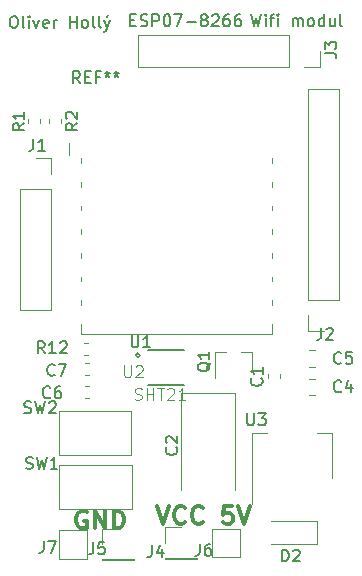
<source format=gbr>
G04 #@! TF.GenerationSoftware,KiCad,Pcbnew,(5.0.2)-1*
G04 #@! TF.CreationDate,2019-04-03T21:48:48+02:00*
G04 #@! TF.ProjectId,ESP12,45535031-322e-46b6-9963-61645f706362,rev?*
G04 #@! TF.SameCoordinates,Original*
G04 #@! TF.FileFunction,Legend,Top*
G04 #@! TF.FilePolarity,Positive*
%FSLAX46Y46*%
G04 Gerber Fmt 4.6, Leading zero omitted, Abs format (unit mm)*
G04 Created by KiCad (PCBNEW (5.0.2)-1) date 3. 4. 2019 21:48:48*
%MOMM*%
%LPD*%
G01*
G04 APERTURE LIST*
%ADD10C,0.300000*%
%ADD11C,0.200000*%
%ADD12C,0.120000*%
%ADD13C,0.150000*%
%ADD14C,0.050000*%
G04 APERTURE END LIST*
D10*
X93091142Y-107581000D02*
X92948285Y-107509571D01*
X92734000Y-107509571D01*
X92519714Y-107581000D01*
X92376857Y-107723857D01*
X92305428Y-107866714D01*
X92234000Y-108152428D01*
X92234000Y-108366714D01*
X92305428Y-108652428D01*
X92376857Y-108795285D01*
X92519714Y-108938142D01*
X92734000Y-109009571D01*
X92876857Y-109009571D01*
X93091142Y-108938142D01*
X93162571Y-108866714D01*
X93162571Y-108366714D01*
X92876857Y-108366714D01*
X93805428Y-109009571D02*
X93805428Y-107509571D01*
X94662571Y-109009571D01*
X94662571Y-107509571D01*
X95376857Y-109009571D02*
X95376857Y-107509571D01*
X95734000Y-107509571D01*
X95948285Y-107581000D01*
X96091142Y-107723857D01*
X96162571Y-107866714D01*
X96234000Y-108152428D01*
X96234000Y-108366714D01*
X96162571Y-108652428D01*
X96091142Y-108795285D01*
X95948285Y-108938142D01*
X95734000Y-109009571D01*
X95376857Y-109009571D01*
X99068428Y-107128571D02*
X99568428Y-108628571D01*
X100068428Y-107128571D01*
X101425571Y-108485714D02*
X101354142Y-108557142D01*
X101139857Y-108628571D01*
X100997000Y-108628571D01*
X100782714Y-108557142D01*
X100639857Y-108414285D01*
X100568428Y-108271428D01*
X100497000Y-107985714D01*
X100497000Y-107771428D01*
X100568428Y-107485714D01*
X100639857Y-107342857D01*
X100782714Y-107200000D01*
X100997000Y-107128571D01*
X101139857Y-107128571D01*
X101354142Y-107200000D01*
X101425571Y-107271428D01*
X102925571Y-108485714D02*
X102854142Y-108557142D01*
X102639857Y-108628571D01*
X102497000Y-108628571D01*
X102282714Y-108557142D01*
X102139857Y-108414285D01*
X102068428Y-108271428D01*
X101997000Y-107985714D01*
X101997000Y-107771428D01*
X102068428Y-107485714D01*
X102139857Y-107342857D01*
X102282714Y-107200000D01*
X102497000Y-107128571D01*
X102639857Y-107128571D01*
X102854142Y-107200000D01*
X102925571Y-107271428D01*
X105425571Y-107128571D02*
X104711285Y-107128571D01*
X104639857Y-107842857D01*
X104711285Y-107771428D01*
X104854142Y-107700000D01*
X105211285Y-107700000D01*
X105354142Y-107771428D01*
X105425571Y-107842857D01*
X105497000Y-107985714D01*
X105497000Y-108342857D01*
X105425571Y-108485714D01*
X105354142Y-108557142D01*
X105211285Y-108628571D01*
X104854142Y-108628571D01*
X104711285Y-108557142D01*
X104639857Y-108485714D01*
X105925571Y-107128571D02*
X106425571Y-108628571D01*
X106925571Y-107128571D01*
D11*
X96806333Y-65968571D02*
X97139666Y-65968571D01*
X97282523Y-66492380D02*
X96806333Y-66492380D01*
X96806333Y-65492380D01*
X97282523Y-65492380D01*
X97663476Y-66444761D02*
X97806333Y-66492380D01*
X98044428Y-66492380D01*
X98139666Y-66444761D01*
X98187285Y-66397142D01*
X98234904Y-66301904D01*
X98234904Y-66206666D01*
X98187285Y-66111428D01*
X98139666Y-66063809D01*
X98044428Y-66016190D01*
X97853952Y-65968571D01*
X97758714Y-65920952D01*
X97711095Y-65873333D01*
X97663476Y-65778095D01*
X97663476Y-65682857D01*
X97711095Y-65587619D01*
X97758714Y-65540000D01*
X97853952Y-65492380D01*
X98092047Y-65492380D01*
X98234904Y-65540000D01*
X98663476Y-66492380D02*
X98663476Y-65492380D01*
X99044428Y-65492380D01*
X99139666Y-65540000D01*
X99187285Y-65587619D01*
X99234904Y-65682857D01*
X99234904Y-65825714D01*
X99187285Y-65920952D01*
X99139666Y-65968571D01*
X99044428Y-66016190D01*
X98663476Y-66016190D01*
X99853952Y-65492380D02*
X99949190Y-65492380D01*
X100044428Y-65540000D01*
X100092047Y-65587619D01*
X100139666Y-65682857D01*
X100187285Y-65873333D01*
X100187285Y-66111428D01*
X100139666Y-66301904D01*
X100092047Y-66397142D01*
X100044428Y-66444761D01*
X99949190Y-66492380D01*
X99853952Y-66492380D01*
X99758714Y-66444761D01*
X99711095Y-66397142D01*
X99663476Y-66301904D01*
X99615857Y-66111428D01*
X99615857Y-65873333D01*
X99663476Y-65682857D01*
X99711095Y-65587619D01*
X99758714Y-65540000D01*
X99853952Y-65492380D01*
X100520619Y-65492380D02*
X101187285Y-65492380D01*
X100758714Y-66492380D01*
X101568238Y-66111428D02*
X102330142Y-66111428D01*
X102949190Y-65920952D02*
X102853952Y-65873333D01*
X102806333Y-65825714D01*
X102758714Y-65730476D01*
X102758714Y-65682857D01*
X102806333Y-65587619D01*
X102853952Y-65540000D01*
X102949190Y-65492380D01*
X103139666Y-65492380D01*
X103234904Y-65540000D01*
X103282523Y-65587619D01*
X103330142Y-65682857D01*
X103330142Y-65730476D01*
X103282523Y-65825714D01*
X103234904Y-65873333D01*
X103139666Y-65920952D01*
X102949190Y-65920952D01*
X102853952Y-65968571D01*
X102806333Y-66016190D01*
X102758714Y-66111428D01*
X102758714Y-66301904D01*
X102806333Y-66397142D01*
X102853952Y-66444761D01*
X102949190Y-66492380D01*
X103139666Y-66492380D01*
X103234904Y-66444761D01*
X103282523Y-66397142D01*
X103330142Y-66301904D01*
X103330142Y-66111428D01*
X103282523Y-66016190D01*
X103234904Y-65968571D01*
X103139666Y-65920952D01*
X103711095Y-65587619D02*
X103758714Y-65540000D01*
X103853952Y-65492380D01*
X104092047Y-65492380D01*
X104187285Y-65540000D01*
X104234904Y-65587619D01*
X104282523Y-65682857D01*
X104282523Y-65778095D01*
X104234904Y-65920952D01*
X103663476Y-66492380D01*
X104282523Y-66492380D01*
X105139666Y-65492380D02*
X104949190Y-65492380D01*
X104853952Y-65540000D01*
X104806333Y-65587619D01*
X104711095Y-65730476D01*
X104663476Y-65920952D01*
X104663476Y-66301904D01*
X104711095Y-66397142D01*
X104758714Y-66444761D01*
X104853952Y-66492380D01*
X105044428Y-66492380D01*
X105139666Y-66444761D01*
X105187285Y-66397142D01*
X105234904Y-66301904D01*
X105234904Y-66063809D01*
X105187285Y-65968571D01*
X105139666Y-65920952D01*
X105044428Y-65873333D01*
X104853952Y-65873333D01*
X104758714Y-65920952D01*
X104711095Y-65968571D01*
X104663476Y-66063809D01*
X106092047Y-65492380D02*
X105901571Y-65492380D01*
X105806333Y-65540000D01*
X105758714Y-65587619D01*
X105663476Y-65730476D01*
X105615857Y-65920952D01*
X105615857Y-66301904D01*
X105663476Y-66397142D01*
X105711095Y-66444761D01*
X105806333Y-66492380D01*
X105996809Y-66492380D01*
X106092047Y-66444761D01*
X106139666Y-66397142D01*
X106187285Y-66301904D01*
X106187285Y-66063809D01*
X106139666Y-65968571D01*
X106092047Y-65920952D01*
X105996809Y-65873333D01*
X105806333Y-65873333D01*
X105711095Y-65920952D01*
X105663476Y-65968571D01*
X105615857Y-66063809D01*
X107013857Y-65492380D02*
X107251952Y-66492380D01*
X107442428Y-65778095D01*
X107632904Y-66492380D01*
X107871000Y-65492380D01*
X108251952Y-66492380D02*
X108251952Y-65825714D01*
X108251952Y-65492380D02*
X108204333Y-65540000D01*
X108251952Y-65587619D01*
X108299571Y-65540000D01*
X108251952Y-65492380D01*
X108251952Y-65587619D01*
X108585285Y-65825714D02*
X108966238Y-65825714D01*
X108728142Y-66492380D02*
X108728142Y-65635238D01*
X108775761Y-65540000D01*
X108871000Y-65492380D01*
X108966238Y-65492380D01*
X109299571Y-66492380D02*
X109299571Y-65825714D01*
X109299571Y-65492380D02*
X109251952Y-65540000D01*
X109299571Y-65587619D01*
X109347190Y-65540000D01*
X109299571Y-65492380D01*
X109299571Y-65587619D01*
X110537666Y-66492380D02*
X110537666Y-65825714D01*
X110537666Y-65920952D02*
X110585285Y-65873333D01*
X110680523Y-65825714D01*
X110823380Y-65825714D01*
X110918619Y-65873333D01*
X110966238Y-65968571D01*
X110966238Y-66492380D01*
X110966238Y-65968571D02*
X111013857Y-65873333D01*
X111109095Y-65825714D01*
X111251952Y-65825714D01*
X111347190Y-65873333D01*
X111394809Y-65968571D01*
X111394809Y-66492380D01*
X112013857Y-66492380D02*
X111918619Y-66444761D01*
X111871000Y-66397142D01*
X111823380Y-66301904D01*
X111823380Y-66016190D01*
X111871000Y-65920952D01*
X111918619Y-65873333D01*
X112013857Y-65825714D01*
X112156714Y-65825714D01*
X112251952Y-65873333D01*
X112299571Y-65920952D01*
X112347190Y-66016190D01*
X112347190Y-66301904D01*
X112299571Y-66397142D01*
X112251952Y-66444761D01*
X112156714Y-66492380D01*
X112013857Y-66492380D01*
X113204333Y-66492380D02*
X113204333Y-65492380D01*
X113204333Y-66444761D02*
X113109095Y-66492380D01*
X112918619Y-66492380D01*
X112823380Y-66444761D01*
X112775761Y-66397142D01*
X112728142Y-66301904D01*
X112728142Y-66016190D01*
X112775761Y-65920952D01*
X112823380Y-65873333D01*
X112918619Y-65825714D01*
X113109095Y-65825714D01*
X113204333Y-65873333D01*
X114109095Y-65825714D02*
X114109095Y-66492380D01*
X113680523Y-65825714D02*
X113680523Y-66349523D01*
X113728142Y-66444761D01*
X113823380Y-66492380D01*
X113966238Y-66492380D01*
X114061476Y-66444761D01*
X114109095Y-66397142D01*
X114728142Y-66492380D02*
X114632904Y-66444761D01*
X114585285Y-66349523D01*
X114585285Y-65492380D01*
X86828809Y-65619380D02*
X87019285Y-65619380D01*
X87114523Y-65667000D01*
X87209761Y-65762238D01*
X87257380Y-65952714D01*
X87257380Y-66286047D01*
X87209761Y-66476523D01*
X87114523Y-66571761D01*
X87019285Y-66619380D01*
X86828809Y-66619380D01*
X86733571Y-66571761D01*
X86638333Y-66476523D01*
X86590714Y-66286047D01*
X86590714Y-65952714D01*
X86638333Y-65762238D01*
X86733571Y-65667000D01*
X86828809Y-65619380D01*
X87828809Y-66619380D02*
X87733571Y-66571761D01*
X87685952Y-66476523D01*
X87685952Y-65619380D01*
X88209761Y-66619380D02*
X88209761Y-65952714D01*
X88209761Y-65619380D02*
X88162142Y-65667000D01*
X88209761Y-65714619D01*
X88257380Y-65667000D01*
X88209761Y-65619380D01*
X88209761Y-65714619D01*
X88590714Y-65952714D02*
X88828809Y-66619380D01*
X89066904Y-65952714D01*
X89828809Y-66571761D02*
X89733571Y-66619380D01*
X89543095Y-66619380D01*
X89447857Y-66571761D01*
X89400238Y-66476523D01*
X89400238Y-66095571D01*
X89447857Y-66000333D01*
X89543095Y-65952714D01*
X89733571Y-65952714D01*
X89828809Y-66000333D01*
X89876428Y-66095571D01*
X89876428Y-66190809D01*
X89400238Y-66286047D01*
X90305000Y-66619380D02*
X90305000Y-65952714D01*
X90305000Y-66143190D02*
X90352619Y-66047952D01*
X90400238Y-66000333D01*
X90495476Y-65952714D01*
X90590714Y-65952714D01*
X91685952Y-66619380D02*
X91685952Y-65619380D01*
X91685952Y-66095571D02*
X92257380Y-66095571D01*
X92257380Y-66619380D02*
X92257380Y-65619380D01*
X92876428Y-66619380D02*
X92781190Y-66571761D01*
X92733571Y-66524142D01*
X92685952Y-66428904D01*
X92685952Y-66143190D01*
X92733571Y-66047952D01*
X92781190Y-66000333D01*
X92876428Y-65952714D01*
X93019285Y-65952714D01*
X93114523Y-66000333D01*
X93162142Y-66047952D01*
X93209761Y-66143190D01*
X93209761Y-66428904D01*
X93162142Y-66524142D01*
X93114523Y-66571761D01*
X93019285Y-66619380D01*
X92876428Y-66619380D01*
X93781190Y-66619380D02*
X93685952Y-66571761D01*
X93638333Y-66476523D01*
X93638333Y-65619380D01*
X94305000Y-66619380D02*
X94209761Y-66571761D01*
X94162142Y-66476523D01*
X94162142Y-65619380D01*
X94590714Y-65952714D02*
X94828809Y-66619380D01*
X95066904Y-65952714D02*
X94828809Y-66619380D01*
X94733571Y-66857476D01*
X94685952Y-66905095D01*
X94590714Y-66952714D01*
X94924047Y-65571761D02*
X94781190Y-65714619D01*
D12*
G04 #@! TO.C,U1*
X108831000Y-78088000D02*
X108831000Y-77688000D01*
X92591000Y-78088000D02*
X92591000Y-77688000D01*
X108831000Y-80088000D02*
X108831000Y-79688000D01*
X92591000Y-80088000D02*
X92591000Y-79688000D01*
X108831000Y-82088000D02*
X108831000Y-81688000D01*
X92591000Y-82088000D02*
X92591000Y-81688000D01*
X108831000Y-84088000D02*
X108831000Y-83688000D01*
X92591000Y-84088000D02*
X92591000Y-83688000D01*
X108831000Y-86088000D02*
X108831000Y-85688000D01*
X92591000Y-86088000D02*
X92591000Y-85688000D01*
X108831000Y-88088000D02*
X108831000Y-87688000D01*
X92591000Y-88088000D02*
X92591000Y-87688000D01*
X108831000Y-90088000D02*
X108831000Y-89688000D01*
X92591000Y-90088000D02*
X92591000Y-89688000D01*
X91561000Y-76388000D02*
X91561000Y-77388000D01*
X92591000Y-92508000D02*
X92591000Y-91688000D01*
X108831000Y-92508000D02*
X92591000Y-92508000D01*
X108831000Y-91688000D02*
X108831000Y-92508000D01*
G04 #@! TO.C,SW1*
X90780300Y-103636200D02*
X96900300Y-103636200D01*
X96900300Y-103636200D02*
X96900300Y-107336200D01*
X96900300Y-107336200D02*
X90780300Y-107336200D01*
X90780300Y-107336200D02*
X90780300Y-103636200D01*
G04 #@! TO.C,SW2*
X96849500Y-99102300D02*
X96849500Y-102802300D01*
X90729500Y-99102300D02*
X96849500Y-99102300D01*
X90729500Y-102802300D02*
X90729500Y-99102300D01*
X96849500Y-102802300D02*
X90729500Y-102802300D01*
G04 #@! TO.C,C7*
X93262267Y-96052100D02*
X92919733Y-96052100D01*
X93262267Y-95032100D02*
X92919733Y-95032100D01*
G04 #@! TO.C,D2*
X112613000Y-110347000D02*
X112613000Y-108347000D01*
X112613000Y-108347000D02*
X108713000Y-108347000D01*
X112613000Y-110347000D02*
X108713000Y-110347000D01*
G04 #@! TO.C,J3*
X110236000Y-67250000D02*
X110236000Y-69910000D01*
X110236000Y-67250000D02*
X97476000Y-67250000D01*
X97476000Y-67250000D02*
X97476000Y-69910000D01*
X110236000Y-69910000D02*
X97476000Y-69910000D01*
X112836000Y-69910000D02*
X111506000Y-69910000D01*
X112836000Y-68580000D02*
X112836000Y-69910000D01*
G04 #@! TO.C,J2*
X113157000Y-92262000D02*
X111827000Y-92262000D01*
X111827000Y-92262000D02*
X111827000Y-90932000D01*
X111827000Y-89662000D02*
X111827000Y-71822000D01*
X114487000Y-71822000D02*
X111827000Y-71822000D01*
X114487000Y-89662000D02*
X114487000Y-71822000D01*
X114487000Y-89662000D02*
X111827000Y-89662000D01*
G04 #@! TO.C,C1*
X109476000Y-96310267D02*
X109476000Y-95967733D01*
X108456000Y-96310267D02*
X108456000Y-95967733D01*
G04 #@! TO.C,C2*
X105638000Y-105758000D02*
X105638000Y-97523000D01*
X105638000Y-97523000D02*
X101118000Y-97523000D01*
X101118000Y-97523000D02*
X101118000Y-105758000D01*
G04 #@! TO.C,Q1*
X107117000Y-94109000D02*
X106187000Y-94109000D01*
X103957000Y-94109000D02*
X104887000Y-94109000D01*
X103957000Y-94109000D02*
X103957000Y-96269000D01*
X107117000Y-94109000D02*
X107117000Y-95569000D01*
G04 #@! TO.C,R1*
X88136000Y-74686279D02*
X88136000Y-74360721D01*
X89156000Y-74686279D02*
X89156000Y-74360721D01*
G04 #@! TO.C,R2*
X89914000Y-74360721D02*
X89914000Y-74686279D01*
X90934000Y-74360721D02*
X90934000Y-74686279D01*
G04 #@! TO.C,R12*
X92864721Y-93292200D02*
X93190279Y-93292200D01*
X92864721Y-94312200D02*
X93190279Y-94312200D01*
G04 #@! TO.C,U3*
X107080000Y-106970000D02*
X107080000Y-100960000D01*
X113900000Y-104720000D02*
X113900000Y-100960000D01*
X107080000Y-100960000D02*
X108340000Y-100960000D01*
X113900000Y-100960000D02*
X112640000Y-100960000D01*
G04 #@! TO.C,J1*
X87443000Y-80264000D02*
X90103000Y-80264000D01*
X87443000Y-80264000D02*
X87443000Y-90484000D01*
X87443000Y-90484000D02*
X90103000Y-90484000D01*
X90103000Y-80264000D02*
X90103000Y-90484000D01*
X90103000Y-77664000D02*
X90103000Y-78994000D01*
X88773000Y-77664000D02*
X90103000Y-77664000D01*
G04 #@! TO.C,J4*
X99762000Y-111566000D02*
X102422000Y-111566000D01*
X99762000Y-111506000D02*
X99762000Y-111566000D01*
X102422000Y-111506000D02*
X102422000Y-111566000D01*
X99762000Y-111506000D02*
X102422000Y-111506000D01*
X99762000Y-110236000D02*
X99762000Y-108906000D01*
X99762000Y-108906000D02*
X101092000Y-108906000D01*
G04 #@! TO.C,J5*
X94428000Y-109033000D02*
X95758000Y-109033000D01*
X94428000Y-110363000D02*
X94428000Y-109033000D01*
X94428000Y-111633000D02*
X97088000Y-111633000D01*
X97088000Y-111633000D02*
X97088000Y-111693000D01*
X94428000Y-111633000D02*
X94428000Y-111693000D01*
X94428000Y-111693000D02*
X97088000Y-111693000D01*
G04 #@! TO.C,J6*
X103702000Y-111436000D02*
X103702000Y-109036000D01*
X106102000Y-111436000D02*
X103702000Y-111436000D01*
X106102000Y-109036000D02*
X106102000Y-111436000D01*
X103702000Y-109036000D02*
X106102000Y-109036000D01*
G04 #@! TO.C,J7*
X90748000Y-109163000D02*
X93148000Y-109163000D01*
X93148000Y-109163000D02*
X93148000Y-111563000D01*
X93148000Y-111563000D02*
X90748000Y-111563000D01*
X90748000Y-111563000D02*
X90748000Y-109163000D01*
G04 #@! TO.C,C6*
X92919733Y-97957100D02*
X93262267Y-97957100D01*
X92919733Y-96937100D02*
X93262267Y-96937100D01*
G04 #@! TO.C,C4*
X112411252Y-96318000D02*
X111888748Y-96318000D01*
X112411252Y-97738000D02*
X111888748Y-97738000D01*
G04 #@! TO.C,C5*
X112411252Y-95325000D02*
X111888748Y-95325000D01*
X112411252Y-93905000D02*
X111888748Y-93905000D01*
D11*
G04 #@! TO.C,U2*
X98322000Y-93877000D02*
X101322000Y-93877000D01*
X101322000Y-96877000D02*
X98322000Y-96877000D01*
X97586930Y-94357000D02*
G75*
G03X97586930Y-94357000I-174930J0D01*
G01*
G04 #@! TO.C,U1*
D13*
X96901095Y-92670380D02*
X96901095Y-93479904D01*
X96948714Y-93575142D01*
X96996333Y-93622761D01*
X97091571Y-93670380D01*
X97282047Y-93670380D01*
X97377285Y-93622761D01*
X97424904Y-93575142D01*
X97472523Y-93479904D01*
X97472523Y-92670380D01*
X98472523Y-93670380D02*
X97901095Y-93670380D01*
X98186809Y-93670380D02*
X98186809Y-92670380D01*
X98091571Y-92813238D01*
X97996333Y-92908476D01*
X97901095Y-92956095D01*
G04 #@! TO.C,SW1*
X87947666Y-103909761D02*
X88090523Y-103957380D01*
X88328619Y-103957380D01*
X88423857Y-103909761D01*
X88471476Y-103862142D01*
X88519095Y-103766904D01*
X88519095Y-103671666D01*
X88471476Y-103576428D01*
X88423857Y-103528809D01*
X88328619Y-103481190D01*
X88138142Y-103433571D01*
X88042904Y-103385952D01*
X87995285Y-103338333D01*
X87947666Y-103243095D01*
X87947666Y-103147857D01*
X87995285Y-103052619D01*
X88042904Y-103005000D01*
X88138142Y-102957380D01*
X88376238Y-102957380D01*
X88519095Y-103005000D01*
X88852428Y-102957380D02*
X89090523Y-103957380D01*
X89281000Y-103243095D01*
X89471476Y-103957380D01*
X89709571Y-102957380D01*
X90614333Y-103957380D02*
X90042904Y-103957380D01*
X90328619Y-103957380D02*
X90328619Y-102957380D01*
X90233380Y-103100238D01*
X90138142Y-103195476D01*
X90042904Y-103243095D01*
G04 #@! TO.C,SW2*
X87820666Y-99210761D02*
X87963523Y-99258380D01*
X88201619Y-99258380D01*
X88296857Y-99210761D01*
X88344476Y-99163142D01*
X88392095Y-99067904D01*
X88392095Y-98972666D01*
X88344476Y-98877428D01*
X88296857Y-98829809D01*
X88201619Y-98782190D01*
X88011142Y-98734571D01*
X87915904Y-98686952D01*
X87868285Y-98639333D01*
X87820666Y-98544095D01*
X87820666Y-98448857D01*
X87868285Y-98353619D01*
X87915904Y-98306000D01*
X88011142Y-98258380D01*
X88249238Y-98258380D01*
X88392095Y-98306000D01*
X88725428Y-98258380D02*
X88963523Y-99258380D01*
X89154000Y-98544095D01*
X89344476Y-99258380D01*
X89582571Y-98258380D01*
X89915904Y-98353619D02*
X89963523Y-98306000D01*
X90058761Y-98258380D01*
X90296857Y-98258380D01*
X90392095Y-98306000D01*
X90439714Y-98353619D01*
X90487333Y-98448857D01*
X90487333Y-98544095D01*
X90439714Y-98686952D01*
X89868285Y-99258380D01*
X90487333Y-99258380D01*
G04 #@! TO.C,C7*
X90384333Y-95988142D02*
X90336714Y-96035761D01*
X90193857Y-96083380D01*
X90098619Y-96083380D01*
X89955761Y-96035761D01*
X89860523Y-95940523D01*
X89812904Y-95845285D01*
X89765285Y-95654809D01*
X89765285Y-95511952D01*
X89812904Y-95321476D01*
X89860523Y-95226238D01*
X89955761Y-95131000D01*
X90098619Y-95083380D01*
X90193857Y-95083380D01*
X90336714Y-95131000D01*
X90384333Y-95178619D01*
X90717666Y-95083380D02*
X91384333Y-95083380D01*
X90955761Y-96083380D01*
G04 #@! TO.C,D2*
X109624904Y-111799380D02*
X109624904Y-110799380D01*
X109863000Y-110799380D01*
X110005857Y-110847000D01*
X110101095Y-110942238D01*
X110148714Y-111037476D01*
X110196333Y-111227952D01*
X110196333Y-111370809D01*
X110148714Y-111561285D01*
X110101095Y-111656523D01*
X110005857Y-111751761D01*
X109863000Y-111799380D01*
X109624904Y-111799380D01*
X110577285Y-110894619D02*
X110624904Y-110847000D01*
X110720142Y-110799380D01*
X110958238Y-110799380D01*
X111053476Y-110847000D01*
X111101095Y-110894619D01*
X111148714Y-110989857D01*
X111148714Y-111085095D01*
X111101095Y-111227952D01*
X110529666Y-111799380D01*
X111148714Y-111799380D01*
G04 #@! TO.C,J3*
X113244380Y-68786333D02*
X113958666Y-68786333D01*
X114101523Y-68833952D01*
X114196761Y-68929190D01*
X114244380Y-69072047D01*
X114244380Y-69167285D01*
X113244380Y-68405380D02*
X113244380Y-67786333D01*
X113625333Y-68119666D01*
X113625333Y-67976809D01*
X113672952Y-67881571D01*
X113720571Y-67833952D01*
X113815809Y-67786333D01*
X114053904Y-67786333D01*
X114149142Y-67833952D01*
X114196761Y-67881571D01*
X114244380Y-67976809D01*
X114244380Y-68262523D01*
X114196761Y-68357761D01*
X114149142Y-68405380D01*
G04 #@! TO.C,J2*
X112950666Y-92035380D02*
X112950666Y-92749666D01*
X112903047Y-92892523D01*
X112807809Y-92987761D01*
X112664952Y-93035380D01*
X112569714Y-93035380D01*
X113379238Y-92130619D02*
X113426857Y-92083000D01*
X113522095Y-92035380D01*
X113760190Y-92035380D01*
X113855428Y-92083000D01*
X113903047Y-92130619D01*
X113950666Y-92225857D01*
X113950666Y-92321095D01*
X113903047Y-92463952D01*
X113331619Y-93035380D01*
X113950666Y-93035380D01*
G04 #@! TO.C,C1*
X107893142Y-96305666D02*
X107940761Y-96353285D01*
X107988380Y-96496142D01*
X107988380Y-96591380D01*
X107940761Y-96734238D01*
X107845523Y-96829476D01*
X107750285Y-96877095D01*
X107559809Y-96924714D01*
X107416952Y-96924714D01*
X107226476Y-96877095D01*
X107131238Y-96829476D01*
X107036000Y-96734238D01*
X106988380Y-96591380D01*
X106988380Y-96496142D01*
X107036000Y-96353285D01*
X107083619Y-96305666D01*
X107988380Y-95353285D02*
X107988380Y-95924714D01*
X107988380Y-95639000D02*
X106988380Y-95639000D01*
X107131238Y-95734238D01*
X107226476Y-95829476D01*
X107274095Y-95924714D01*
G04 #@! TO.C,C2*
X100687142Y-102147666D02*
X100734761Y-102195285D01*
X100782380Y-102338142D01*
X100782380Y-102433380D01*
X100734761Y-102576238D01*
X100639523Y-102671476D01*
X100544285Y-102719095D01*
X100353809Y-102766714D01*
X100210952Y-102766714D01*
X100020476Y-102719095D01*
X99925238Y-102671476D01*
X99830000Y-102576238D01*
X99782380Y-102433380D01*
X99782380Y-102338142D01*
X99830000Y-102195285D01*
X99877619Y-102147666D01*
X99877619Y-101766714D02*
X99830000Y-101719095D01*
X99782380Y-101623857D01*
X99782380Y-101385761D01*
X99830000Y-101290523D01*
X99877619Y-101242904D01*
X99972857Y-101195285D01*
X100068095Y-101195285D01*
X100210952Y-101242904D01*
X100782380Y-101814333D01*
X100782380Y-101195285D01*
G04 #@! TO.C,Q1*
X103584619Y-94964238D02*
X103537000Y-95059476D01*
X103441761Y-95154714D01*
X103298904Y-95297571D01*
X103251285Y-95392809D01*
X103251285Y-95488047D01*
X103489380Y-95440428D02*
X103441761Y-95535666D01*
X103346523Y-95630904D01*
X103156047Y-95678523D01*
X102822714Y-95678523D01*
X102632238Y-95630904D01*
X102537000Y-95535666D01*
X102489380Y-95440428D01*
X102489380Y-95249952D01*
X102537000Y-95154714D01*
X102632238Y-95059476D01*
X102822714Y-95011857D01*
X103156047Y-95011857D01*
X103346523Y-95059476D01*
X103441761Y-95154714D01*
X103489380Y-95249952D01*
X103489380Y-95440428D01*
X103489380Y-94059476D02*
X103489380Y-94630904D01*
X103489380Y-94345190D02*
X102489380Y-94345190D01*
X102632238Y-94440428D01*
X102727476Y-94535666D01*
X102775095Y-94630904D01*
G04 #@! TO.C,R1*
X87828380Y-74715666D02*
X87352190Y-75049000D01*
X87828380Y-75287095D02*
X86828380Y-75287095D01*
X86828380Y-74906142D01*
X86876000Y-74810904D01*
X86923619Y-74763285D01*
X87018857Y-74715666D01*
X87161714Y-74715666D01*
X87256952Y-74763285D01*
X87304571Y-74810904D01*
X87352190Y-74906142D01*
X87352190Y-75287095D01*
X87828380Y-73763285D02*
X87828380Y-74334714D01*
X87828380Y-74049000D02*
X86828380Y-74049000D01*
X86971238Y-74144238D01*
X87066476Y-74239476D01*
X87114095Y-74334714D01*
G04 #@! TO.C,R2*
X92306380Y-74690166D02*
X91830190Y-75023500D01*
X92306380Y-75261595D02*
X91306380Y-75261595D01*
X91306380Y-74880642D01*
X91354000Y-74785404D01*
X91401619Y-74737785D01*
X91496857Y-74690166D01*
X91639714Y-74690166D01*
X91734952Y-74737785D01*
X91782571Y-74785404D01*
X91830190Y-74880642D01*
X91830190Y-75261595D01*
X91401619Y-74309214D02*
X91354000Y-74261595D01*
X91306380Y-74166357D01*
X91306380Y-73928261D01*
X91354000Y-73833023D01*
X91401619Y-73785404D01*
X91496857Y-73737785D01*
X91592095Y-73737785D01*
X91734952Y-73785404D01*
X92306380Y-74356833D01*
X92306380Y-73737785D01*
G04 #@! TO.C,R12*
X89527142Y-94178380D02*
X89193809Y-93702190D01*
X88955714Y-94178380D02*
X88955714Y-93178380D01*
X89336666Y-93178380D01*
X89431904Y-93226000D01*
X89479523Y-93273619D01*
X89527142Y-93368857D01*
X89527142Y-93511714D01*
X89479523Y-93606952D01*
X89431904Y-93654571D01*
X89336666Y-93702190D01*
X88955714Y-93702190D01*
X90479523Y-94178380D02*
X89908095Y-94178380D01*
X90193809Y-94178380D02*
X90193809Y-93178380D01*
X90098571Y-93321238D01*
X90003333Y-93416476D01*
X89908095Y-93464095D01*
X90860476Y-93273619D02*
X90908095Y-93226000D01*
X91003333Y-93178380D01*
X91241428Y-93178380D01*
X91336666Y-93226000D01*
X91384285Y-93273619D01*
X91431904Y-93368857D01*
X91431904Y-93464095D01*
X91384285Y-93606952D01*
X90812857Y-94178380D01*
X91431904Y-94178380D01*
G04 #@! TO.C,U3*
X106680095Y-99274380D02*
X106680095Y-100083904D01*
X106727714Y-100179142D01*
X106775333Y-100226761D01*
X106870571Y-100274380D01*
X107061047Y-100274380D01*
X107156285Y-100226761D01*
X107203904Y-100179142D01*
X107251523Y-100083904D01*
X107251523Y-99274380D01*
X107632476Y-99274380D02*
X108251523Y-99274380D01*
X107918190Y-99655333D01*
X108061047Y-99655333D01*
X108156285Y-99702952D01*
X108203904Y-99750571D01*
X108251523Y-99845809D01*
X108251523Y-100083904D01*
X108203904Y-100179142D01*
X108156285Y-100226761D01*
X108061047Y-100274380D01*
X107775333Y-100274380D01*
X107680095Y-100226761D01*
X107632476Y-100179142D01*
G04 #@! TO.C,J1*
X88566666Y-76033380D02*
X88566666Y-76747666D01*
X88519047Y-76890523D01*
X88423809Y-76985761D01*
X88280952Y-77033380D01*
X88185714Y-77033380D01*
X89566666Y-77033380D02*
X88995238Y-77033380D01*
X89280952Y-77033380D02*
X89280952Y-76033380D01*
X89185714Y-76176238D01*
X89090476Y-76271476D01*
X88995238Y-76319095D01*
G04 #@! TO.C,J4*
X98599666Y-110450380D02*
X98599666Y-111164666D01*
X98552047Y-111307523D01*
X98456809Y-111402761D01*
X98313952Y-111450380D01*
X98218714Y-111450380D01*
X99504428Y-110783714D02*
X99504428Y-111450380D01*
X99266333Y-110402761D02*
X99028238Y-111117047D01*
X99647285Y-111117047D01*
G04 #@! TO.C,J5*
X93646666Y-110196380D02*
X93646666Y-110910666D01*
X93599047Y-111053523D01*
X93503809Y-111148761D01*
X93360952Y-111196380D01*
X93265714Y-111196380D01*
X94599047Y-110196380D02*
X94122857Y-110196380D01*
X94075238Y-110672571D01*
X94122857Y-110624952D01*
X94218095Y-110577333D01*
X94456190Y-110577333D01*
X94551428Y-110624952D01*
X94599047Y-110672571D01*
X94646666Y-110767809D01*
X94646666Y-111005904D01*
X94599047Y-111101142D01*
X94551428Y-111148761D01*
X94456190Y-111196380D01*
X94218095Y-111196380D01*
X94122857Y-111148761D01*
X94075238Y-111101142D01*
G04 #@! TO.C,J6*
X102663666Y-110323380D02*
X102663666Y-111037666D01*
X102616047Y-111180523D01*
X102520809Y-111275761D01*
X102377952Y-111323380D01*
X102282714Y-111323380D01*
X103568428Y-110323380D02*
X103377952Y-110323380D01*
X103282714Y-110371000D01*
X103235095Y-110418619D01*
X103139857Y-110561476D01*
X103092238Y-110751952D01*
X103092238Y-111132904D01*
X103139857Y-111228142D01*
X103187476Y-111275761D01*
X103282714Y-111323380D01*
X103473190Y-111323380D01*
X103568428Y-111275761D01*
X103616047Y-111228142D01*
X103663666Y-111132904D01*
X103663666Y-110894809D01*
X103616047Y-110799571D01*
X103568428Y-110751952D01*
X103473190Y-110704333D01*
X103282714Y-110704333D01*
X103187476Y-110751952D01*
X103139857Y-110799571D01*
X103092238Y-110894809D01*
G04 #@! TO.C,J7*
X89455666Y-110069380D02*
X89455666Y-110783666D01*
X89408047Y-110926523D01*
X89312809Y-111021761D01*
X89169952Y-111069380D01*
X89074714Y-111069380D01*
X89836619Y-110069380D02*
X90503285Y-110069380D01*
X90074714Y-111069380D01*
G04 #@! TO.C,C6*
X90003333Y-97893142D02*
X89955714Y-97940761D01*
X89812857Y-97988380D01*
X89717619Y-97988380D01*
X89574761Y-97940761D01*
X89479523Y-97845523D01*
X89431904Y-97750285D01*
X89384285Y-97559809D01*
X89384285Y-97416952D01*
X89431904Y-97226476D01*
X89479523Y-97131238D01*
X89574761Y-97036000D01*
X89717619Y-96988380D01*
X89812857Y-96988380D01*
X89955714Y-97036000D01*
X90003333Y-97083619D01*
X90860476Y-96988380D02*
X90670000Y-96988380D01*
X90574761Y-97036000D01*
X90527142Y-97083619D01*
X90431904Y-97226476D01*
X90384285Y-97416952D01*
X90384285Y-97797904D01*
X90431904Y-97893142D01*
X90479523Y-97940761D01*
X90574761Y-97988380D01*
X90765238Y-97988380D01*
X90860476Y-97940761D01*
X90908095Y-97893142D01*
X90955714Y-97797904D01*
X90955714Y-97559809D01*
X90908095Y-97464571D01*
X90860476Y-97416952D01*
X90765238Y-97369333D01*
X90574761Y-97369333D01*
X90479523Y-97416952D01*
X90431904Y-97464571D01*
X90384285Y-97559809D01*
G04 #@! TO.C,C4*
X114641333Y-97385142D02*
X114593714Y-97432761D01*
X114450857Y-97480380D01*
X114355619Y-97480380D01*
X114212761Y-97432761D01*
X114117523Y-97337523D01*
X114069904Y-97242285D01*
X114022285Y-97051809D01*
X114022285Y-96908952D01*
X114069904Y-96718476D01*
X114117523Y-96623238D01*
X114212761Y-96528000D01*
X114355619Y-96480380D01*
X114450857Y-96480380D01*
X114593714Y-96528000D01*
X114641333Y-96575619D01*
X115498476Y-96813714D02*
X115498476Y-97480380D01*
X115260380Y-96432761D02*
X115022285Y-97147047D01*
X115641333Y-97147047D01*
G04 #@! TO.C,C5*
X114641333Y-94972142D02*
X114593714Y-95019761D01*
X114450857Y-95067380D01*
X114355619Y-95067380D01*
X114212761Y-95019761D01*
X114117523Y-94924523D01*
X114069904Y-94829285D01*
X114022285Y-94638809D01*
X114022285Y-94495952D01*
X114069904Y-94305476D01*
X114117523Y-94210238D01*
X114212761Y-94115000D01*
X114355619Y-94067380D01*
X114450857Y-94067380D01*
X114593714Y-94115000D01*
X114641333Y-94162619D01*
X115546095Y-94067380D02*
X115069904Y-94067380D01*
X115022285Y-94543571D01*
X115069904Y-94495952D01*
X115165142Y-94448333D01*
X115403238Y-94448333D01*
X115498476Y-94495952D01*
X115546095Y-94543571D01*
X115593714Y-94638809D01*
X115593714Y-94876904D01*
X115546095Y-94972142D01*
X115498476Y-95019761D01*
X115403238Y-95067380D01*
X115165142Y-95067380D01*
X115069904Y-95019761D01*
X115022285Y-94972142D01*
G04 #@! TO.C,REF\002A\002A*
X92519666Y-71318380D02*
X92186333Y-70842190D01*
X91948238Y-71318380D02*
X91948238Y-70318380D01*
X92329190Y-70318380D01*
X92424428Y-70366000D01*
X92472047Y-70413619D01*
X92519666Y-70508857D01*
X92519666Y-70651714D01*
X92472047Y-70746952D01*
X92424428Y-70794571D01*
X92329190Y-70842190D01*
X91948238Y-70842190D01*
X92948238Y-70794571D02*
X93281571Y-70794571D01*
X93424428Y-71318380D02*
X92948238Y-71318380D01*
X92948238Y-70318380D01*
X93424428Y-70318380D01*
X94186333Y-70794571D02*
X93853000Y-70794571D01*
X93853000Y-71318380D02*
X93853000Y-70318380D01*
X94329190Y-70318380D01*
X94853000Y-70318380D02*
X94853000Y-70556476D01*
X94614904Y-70461238D02*
X94853000Y-70556476D01*
X95091095Y-70461238D01*
X94710142Y-70746952D02*
X94853000Y-70556476D01*
X94995857Y-70746952D01*
X95614904Y-70318380D02*
X95614904Y-70556476D01*
X95376809Y-70461238D02*
X95614904Y-70556476D01*
X95853000Y-70461238D01*
X95472047Y-70746952D02*
X95614904Y-70556476D01*
X95757761Y-70746952D01*
G04 #@! TO.C,U2*
D14*
X96265744Y-95210129D02*
X96265744Y-96020025D01*
X96313385Y-96115307D01*
X96361026Y-96162948D01*
X96456308Y-96210589D01*
X96646872Y-96210589D01*
X96742154Y-96162948D01*
X96789795Y-96115307D01*
X96837436Y-96020025D01*
X96837436Y-95210129D01*
X97266204Y-95305410D02*
X97313845Y-95257770D01*
X97409127Y-95210129D01*
X97647332Y-95210129D01*
X97742614Y-95257770D01*
X97790255Y-95305410D01*
X97837896Y-95400692D01*
X97837896Y-95495974D01*
X97790255Y-95638897D01*
X97218563Y-96210589D01*
X97837896Y-96210589D01*
X97167692Y-98068413D02*
X97310780Y-98116109D01*
X97549258Y-98116109D01*
X97644650Y-98068413D01*
X97692345Y-98020717D01*
X97740041Y-97925326D01*
X97740041Y-97829935D01*
X97692345Y-97734543D01*
X97644650Y-97686847D01*
X97549258Y-97639152D01*
X97358475Y-97591456D01*
X97263084Y-97543760D01*
X97215388Y-97496065D01*
X97167692Y-97400673D01*
X97167692Y-97305282D01*
X97215388Y-97209890D01*
X97263084Y-97162195D01*
X97358475Y-97114499D01*
X97596954Y-97114499D01*
X97740041Y-97162195D01*
X98169302Y-98116109D02*
X98169302Y-97114499D01*
X98169302Y-97591456D02*
X98741651Y-97591456D01*
X98741651Y-98116109D02*
X98741651Y-97114499D01*
X99075521Y-97114499D02*
X99647870Y-97114499D01*
X99361695Y-98116109D02*
X99361695Y-97114499D01*
X99934044Y-97209890D02*
X99981740Y-97162195D01*
X100077131Y-97114499D01*
X100315610Y-97114499D01*
X100411001Y-97162195D01*
X100458697Y-97209890D01*
X100506392Y-97305282D01*
X100506392Y-97400673D01*
X100458697Y-97543760D01*
X99886348Y-98116109D01*
X100506392Y-98116109D01*
X101460307Y-98116109D02*
X100887958Y-98116109D01*
X101174132Y-98116109D02*
X101174132Y-97114499D01*
X101078741Y-97257586D01*
X100983350Y-97352977D01*
X100887958Y-97400673D01*
G04 #@! TD*
M02*

</source>
